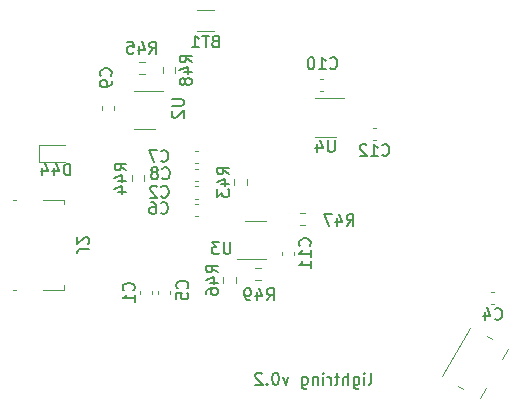
<source format=gbr>
%TF.GenerationSoftware,KiCad,Pcbnew,5.1.8-1.fc33*%
%TF.CreationDate,2020-12-25T13:36:26+01:00*%
%TF.ProjectId,lightring,6c696768-7472-4696-9e67-2e6b69636164,rev?*%
%TF.SameCoordinates,Original*%
%TF.FileFunction,Legend,Bot*%
%TF.FilePolarity,Positive*%
%FSLAX46Y46*%
G04 Gerber Fmt 4.6, Leading zero omitted, Abs format (unit mm)*
G04 Created by KiCad (PCBNEW 5.1.8-1.fc33) date 2020-12-25 13:36:26*
%MOMM*%
%LPD*%
G01*
G04 APERTURE LIST*
%ADD10C,0.150000*%
%ADD11C,0.120000*%
G04 APERTURE END LIST*
D10*
X178354285Y-91772380D02*
X178449523Y-91724761D01*
X178497142Y-91629523D01*
X178497142Y-90772380D01*
X177973333Y-91772380D02*
X177973333Y-91105714D01*
X177973333Y-90772380D02*
X178020952Y-90820000D01*
X177973333Y-90867619D01*
X177925714Y-90820000D01*
X177973333Y-90772380D01*
X177973333Y-90867619D01*
X177068571Y-91105714D02*
X177068571Y-91915238D01*
X177116190Y-92010476D01*
X177163809Y-92058095D01*
X177259047Y-92105714D01*
X177401904Y-92105714D01*
X177497142Y-92058095D01*
X177068571Y-91724761D02*
X177163809Y-91772380D01*
X177354285Y-91772380D01*
X177449523Y-91724761D01*
X177497142Y-91677142D01*
X177544761Y-91581904D01*
X177544761Y-91296190D01*
X177497142Y-91200952D01*
X177449523Y-91153333D01*
X177354285Y-91105714D01*
X177163809Y-91105714D01*
X177068571Y-91153333D01*
X176592380Y-91772380D02*
X176592380Y-90772380D01*
X176163809Y-91772380D02*
X176163809Y-91248571D01*
X176211428Y-91153333D01*
X176306666Y-91105714D01*
X176449523Y-91105714D01*
X176544761Y-91153333D01*
X176592380Y-91200952D01*
X175830476Y-91105714D02*
X175449523Y-91105714D01*
X175687619Y-90772380D02*
X175687619Y-91629523D01*
X175640000Y-91724761D01*
X175544761Y-91772380D01*
X175449523Y-91772380D01*
X175116190Y-91772380D02*
X175116190Y-91105714D01*
X175116190Y-91296190D02*
X175068571Y-91200952D01*
X175020952Y-91153333D01*
X174925714Y-91105714D01*
X174830476Y-91105714D01*
X174497142Y-91772380D02*
X174497142Y-91105714D01*
X174497142Y-90772380D02*
X174544761Y-90820000D01*
X174497142Y-90867619D01*
X174449523Y-90820000D01*
X174497142Y-90772380D01*
X174497142Y-90867619D01*
X174020952Y-91105714D02*
X174020952Y-91772380D01*
X174020952Y-91200952D02*
X173973333Y-91153333D01*
X173878095Y-91105714D01*
X173735238Y-91105714D01*
X173640000Y-91153333D01*
X173592380Y-91248571D01*
X173592380Y-91772380D01*
X172687619Y-91105714D02*
X172687619Y-91915238D01*
X172735238Y-92010476D01*
X172782857Y-92058095D01*
X172878095Y-92105714D01*
X173020952Y-92105714D01*
X173116190Y-92058095D01*
X172687619Y-91724761D02*
X172782857Y-91772380D01*
X172973333Y-91772380D01*
X173068571Y-91724761D01*
X173116190Y-91677142D01*
X173163809Y-91581904D01*
X173163809Y-91296190D01*
X173116190Y-91200952D01*
X173068571Y-91153333D01*
X172973333Y-91105714D01*
X172782857Y-91105714D01*
X172687619Y-91153333D01*
X171544761Y-91105714D02*
X171306666Y-91772380D01*
X171068571Y-91105714D01*
X170497142Y-90772380D02*
X170401904Y-90772380D01*
X170306666Y-90820000D01*
X170259047Y-90867619D01*
X170211428Y-90962857D01*
X170163809Y-91153333D01*
X170163809Y-91391428D01*
X170211428Y-91581904D01*
X170259047Y-91677142D01*
X170306666Y-91724761D01*
X170401904Y-91772380D01*
X170497142Y-91772380D01*
X170592380Y-91724761D01*
X170640000Y-91677142D01*
X170687619Y-91581904D01*
X170735238Y-91391428D01*
X170735238Y-91153333D01*
X170687619Y-90962857D01*
X170640000Y-90867619D01*
X170592380Y-90820000D01*
X170497142Y-90772380D01*
X169735238Y-91677142D02*
X169687619Y-91724761D01*
X169735238Y-91772380D01*
X169782857Y-91724761D01*
X169735238Y-91677142D01*
X169735238Y-91772380D01*
X169306666Y-90867619D02*
X169259047Y-90820000D01*
X169163809Y-90772380D01*
X168925714Y-90772380D01*
X168830476Y-90820000D01*
X168782857Y-90867619D01*
X168735238Y-90962857D01*
X168735238Y-91058095D01*
X168782857Y-91200952D01*
X169354285Y-91772380D01*
X168735238Y-91772380D01*
D11*
%TO.C,SW2*%
X188239647Y-92059086D02*
X187777147Y-92860160D01*
X188336843Y-87640738D02*
X188813157Y-87915738D01*
X185886843Y-91884262D02*
X186363157Y-92159262D01*
X186922853Y-86939840D02*
X184572853Y-91010160D01*
X190127147Y-88789840D02*
X189664647Y-89590914D01*
%TO.C,BT1*%
X163829376Y-60034760D02*
X165283504Y-60034760D01*
X163829376Y-61854760D02*
X165283504Y-61854760D01*
%TO.C,C1*%
X160010000Y-83809420D02*
X160010000Y-84090580D01*
X158990000Y-83809420D02*
X158990000Y-84090580D01*
%TO.C,C2*%
X163609420Y-74990000D02*
X163890580Y-74990000D01*
X163609420Y-76010000D02*
X163890580Y-76010000D01*
%TO.C,C4*%
X188709420Y-83890000D02*
X188990580Y-83890000D01*
X188709420Y-84910000D02*
X188990580Y-84910000D01*
%TO.C,C5*%
X161560000Y-83809420D02*
X161560000Y-84090580D01*
X160540000Y-83809420D02*
X160540000Y-84090580D01*
%TO.C,C6*%
X163609420Y-76490000D02*
X163890580Y-76490000D01*
X163609420Y-77510000D02*
X163890580Y-77510000D01*
%TO.C,C7*%
X163609420Y-71990000D02*
X163890580Y-71990000D01*
X163609420Y-73010000D02*
X163890580Y-73010000D01*
%TO.C,C8*%
X163609420Y-73490000D02*
X163890580Y-73490000D01*
X163609420Y-74510000D02*
X163890580Y-74510000D01*
%TO.C,C9*%
X155783820Y-68497060D02*
X155783820Y-68215900D01*
X156803820Y-68497060D02*
X156803820Y-68215900D01*
%TO.C,C10*%
X174210100Y-65890680D02*
X174491260Y-65890680D01*
X174210100Y-66910680D02*
X174491260Y-66910680D01*
%TO.C,C11*%
X171036520Y-80785580D02*
X171036520Y-80504420D01*
X172056520Y-80785580D02*
X172056520Y-80504420D01*
%TO.C,C12*%
X178701120Y-70020720D02*
X178982280Y-70020720D01*
X178701120Y-71040720D02*
X178982280Y-71040720D01*
%TO.C,D44*%
X150386780Y-71436560D02*
X152671780Y-71436560D01*
X150386780Y-72906560D02*
X150386780Y-71436560D01*
X152671780Y-72906560D02*
X150386780Y-72906560D01*
%TO.C,J2*%
X148237900Y-83746340D02*
X148497900Y-83746340D01*
X150777900Y-83746340D02*
X152547900Y-83746340D01*
X152547900Y-83746340D02*
X152547900Y-83366340D01*
X152547900Y-76126340D02*
X150777900Y-76126340D01*
X148497900Y-76126340D02*
X148237900Y-76126340D01*
X152547900Y-76126340D02*
X152547900Y-76506340D01*
%TO.C,R43*%
X168022500Y-74362742D02*
X168022500Y-74837258D01*
X166977500Y-74362742D02*
X166977500Y-74837258D01*
%TO.C,R44*%
X159322500Y-74037742D02*
X159322500Y-74512258D01*
X158277500Y-74037742D02*
X158277500Y-74512258D01*
%TO.C,R45*%
X158898822Y-64445620D02*
X159373338Y-64445620D01*
X158898822Y-65490620D02*
X159373338Y-65490620D01*
%TO.C,R46*%
X167082500Y-82672742D02*
X167082500Y-83147258D01*
X166037500Y-82672742D02*
X166037500Y-83147258D01*
%TO.C,R47*%
X172495942Y-77214200D02*
X172970458Y-77214200D01*
X172495942Y-78259200D02*
X172970458Y-78259200D01*
%TO.C,R48*%
X160937500Y-65357258D02*
X160937500Y-64882742D01*
X161982500Y-65357258D02*
X161982500Y-64882742D01*
%TO.C,R49*%
X169195518Y-82925180D02*
X168721002Y-82925180D01*
X169195518Y-81880180D02*
X168721002Y-81880180D01*
%TO.C,U2*%
X158451980Y-66921740D02*
X160901980Y-66921740D01*
X160251980Y-70141740D02*
X158451980Y-70141740D01*
%TO.C,U3*%
X169652520Y-81147560D02*
X167202520Y-81147560D01*
X167852520Y-77927560D02*
X169652520Y-77927560D01*
%TO.C,U4*%
X173778340Y-67538960D02*
X176228340Y-67538960D01*
X175578340Y-70758960D02*
X173778340Y-70758960D01*
%TO.C,BT1*%
D10*
X165342154Y-62693331D02*
X165199297Y-62740950D01*
X165151678Y-62788569D01*
X165104059Y-62883807D01*
X165104059Y-63026664D01*
X165151678Y-63121902D01*
X165199297Y-63169521D01*
X165294535Y-63217140D01*
X165675487Y-63217140D01*
X165675487Y-62217140D01*
X165342154Y-62217140D01*
X165246916Y-62264760D01*
X165199297Y-62312379D01*
X165151678Y-62407617D01*
X165151678Y-62502855D01*
X165199297Y-62598093D01*
X165246916Y-62645712D01*
X165342154Y-62693331D01*
X165675487Y-62693331D01*
X164818344Y-62217140D02*
X164246916Y-62217140D01*
X164532630Y-63217140D02*
X164532630Y-62217140D01*
X163389773Y-63217140D02*
X163961201Y-63217140D01*
X163675487Y-63217140D02*
X163675487Y-62217140D01*
X163770725Y-62359998D01*
X163865963Y-62455236D01*
X163961201Y-62502855D01*
%TO.C,C1*%
X158427142Y-83783333D02*
X158474761Y-83735714D01*
X158522380Y-83592857D01*
X158522380Y-83497619D01*
X158474761Y-83354761D01*
X158379523Y-83259523D01*
X158284285Y-83211904D01*
X158093809Y-83164285D01*
X157950952Y-83164285D01*
X157760476Y-83211904D01*
X157665238Y-83259523D01*
X157570000Y-83354761D01*
X157522380Y-83497619D01*
X157522380Y-83592857D01*
X157570000Y-83735714D01*
X157617619Y-83783333D01*
X158522380Y-84735714D02*
X158522380Y-84164285D01*
X158522380Y-84450000D02*
X157522380Y-84450000D01*
X157665238Y-84354761D01*
X157760476Y-84259523D01*
X157808095Y-84164285D01*
%TO.C,C2*%
X160776666Y-75827142D02*
X160824285Y-75874761D01*
X160967142Y-75922380D01*
X161062380Y-75922380D01*
X161205238Y-75874761D01*
X161300476Y-75779523D01*
X161348095Y-75684285D01*
X161395714Y-75493809D01*
X161395714Y-75350952D01*
X161348095Y-75160476D01*
X161300476Y-75065238D01*
X161205238Y-74970000D01*
X161062380Y-74922380D01*
X160967142Y-74922380D01*
X160824285Y-74970000D01*
X160776666Y-75017619D01*
X160395714Y-75017619D02*
X160348095Y-74970000D01*
X160252857Y-74922380D01*
X160014761Y-74922380D01*
X159919523Y-74970000D01*
X159871904Y-75017619D01*
X159824285Y-75112857D01*
X159824285Y-75208095D01*
X159871904Y-75350952D01*
X160443333Y-75922380D01*
X159824285Y-75922380D01*
%TO.C,C4*%
X189016666Y-86187142D02*
X189064285Y-86234761D01*
X189207142Y-86282380D01*
X189302380Y-86282380D01*
X189445238Y-86234761D01*
X189540476Y-86139523D01*
X189588095Y-86044285D01*
X189635714Y-85853809D01*
X189635714Y-85710952D01*
X189588095Y-85520476D01*
X189540476Y-85425238D01*
X189445238Y-85330000D01*
X189302380Y-85282380D01*
X189207142Y-85282380D01*
X189064285Y-85330000D01*
X189016666Y-85377619D01*
X188159523Y-85615714D02*
X188159523Y-86282380D01*
X188397619Y-85234761D02*
X188635714Y-85949047D01*
X188016666Y-85949047D01*
%TO.C,C5*%
X162967142Y-83593333D02*
X163014761Y-83545714D01*
X163062380Y-83402857D01*
X163062380Y-83307619D01*
X163014761Y-83164761D01*
X162919523Y-83069523D01*
X162824285Y-83021904D01*
X162633809Y-82974285D01*
X162490952Y-82974285D01*
X162300476Y-83021904D01*
X162205238Y-83069523D01*
X162110000Y-83164761D01*
X162062380Y-83307619D01*
X162062380Y-83402857D01*
X162110000Y-83545714D01*
X162157619Y-83593333D01*
X162062380Y-84498095D02*
X162062380Y-84021904D01*
X162538571Y-83974285D01*
X162490952Y-84021904D01*
X162443333Y-84117142D01*
X162443333Y-84355238D01*
X162490952Y-84450476D01*
X162538571Y-84498095D01*
X162633809Y-84545714D01*
X162871904Y-84545714D01*
X162967142Y-84498095D01*
X163014761Y-84450476D01*
X163062380Y-84355238D01*
X163062380Y-84117142D01*
X163014761Y-84021904D01*
X162967142Y-83974285D01*
%TO.C,C6*%
X160726666Y-77227142D02*
X160774285Y-77274761D01*
X160917142Y-77322380D01*
X161012380Y-77322380D01*
X161155238Y-77274761D01*
X161250476Y-77179523D01*
X161298095Y-77084285D01*
X161345714Y-76893809D01*
X161345714Y-76750952D01*
X161298095Y-76560476D01*
X161250476Y-76465238D01*
X161155238Y-76370000D01*
X161012380Y-76322380D01*
X160917142Y-76322380D01*
X160774285Y-76370000D01*
X160726666Y-76417619D01*
X159869523Y-76322380D02*
X160060000Y-76322380D01*
X160155238Y-76370000D01*
X160202857Y-76417619D01*
X160298095Y-76560476D01*
X160345714Y-76750952D01*
X160345714Y-77131904D01*
X160298095Y-77227142D01*
X160250476Y-77274761D01*
X160155238Y-77322380D01*
X159964761Y-77322380D01*
X159869523Y-77274761D01*
X159821904Y-77227142D01*
X159774285Y-77131904D01*
X159774285Y-76893809D01*
X159821904Y-76798571D01*
X159869523Y-76750952D01*
X159964761Y-76703333D01*
X160155238Y-76703333D01*
X160250476Y-76750952D01*
X160298095Y-76798571D01*
X160345714Y-76893809D01*
%TO.C,C7*%
X160766666Y-72817142D02*
X160814285Y-72864761D01*
X160957142Y-72912380D01*
X161052380Y-72912380D01*
X161195238Y-72864761D01*
X161290476Y-72769523D01*
X161338095Y-72674285D01*
X161385714Y-72483809D01*
X161385714Y-72340952D01*
X161338095Y-72150476D01*
X161290476Y-72055238D01*
X161195238Y-71960000D01*
X161052380Y-71912380D01*
X160957142Y-71912380D01*
X160814285Y-71960000D01*
X160766666Y-72007619D01*
X160433333Y-71912380D02*
X159766666Y-71912380D01*
X160195238Y-72912380D01*
%TO.C,C8*%
X160876666Y-74277142D02*
X160924285Y-74324761D01*
X161067142Y-74372380D01*
X161162380Y-74372380D01*
X161305238Y-74324761D01*
X161400476Y-74229523D01*
X161448095Y-74134285D01*
X161495714Y-73943809D01*
X161495714Y-73800952D01*
X161448095Y-73610476D01*
X161400476Y-73515238D01*
X161305238Y-73420000D01*
X161162380Y-73372380D01*
X161067142Y-73372380D01*
X160924285Y-73420000D01*
X160876666Y-73467619D01*
X160305238Y-73800952D02*
X160400476Y-73753333D01*
X160448095Y-73705714D01*
X160495714Y-73610476D01*
X160495714Y-73562857D01*
X160448095Y-73467619D01*
X160400476Y-73420000D01*
X160305238Y-73372380D01*
X160114761Y-73372380D01*
X160019523Y-73420000D01*
X159971904Y-73467619D01*
X159924285Y-73562857D01*
X159924285Y-73610476D01*
X159971904Y-73705714D01*
X160019523Y-73753333D01*
X160114761Y-73800952D01*
X160305238Y-73800952D01*
X160400476Y-73848571D01*
X160448095Y-73896190D01*
X160495714Y-73991428D01*
X160495714Y-74181904D01*
X160448095Y-74277142D01*
X160400476Y-74324761D01*
X160305238Y-74372380D01*
X160114761Y-74372380D01*
X160019523Y-74324761D01*
X159971904Y-74277142D01*
X159924285Y-74181904D01*
X159924285Y-73991428D01*
X159971904Y-73896190D01*
X160019523Y-73848571D01*
X160114761Y-73800952D01*
%TO.C,C9*%
X156487142Y-65613333D02*
X156534761Y-65565714D01*
X156582380Y-65422857D01*
X156582380Y-65327619D01*
X156534761Y-65184761D01*
X156439523Y-65089523D01*
X156344285Y-65041904D01*
X156153809Y-64994285D01*
X156010952Y-64994285D01*
X155820476Y-65041904D01*
X155725238Y-65089523D01*
X155630000Y-65184761D01*
X155582380Y-65327619D01*
X155582380Y-65422857D01*
X155630000Y-65565714D01*
X155677619Y-65613333D01*
X156582380Y-66089523D02*
X156582380Y-66280000D01*
X156534761Y-66375238D01*
X156487142Y-66422857D01*
X156344285Y-66518095D01*
X156153809Y-66565714D01*
X155772857Y-66565714D01*
X155677619Y-66518095D01*
X155630000Y-66470476D01*
X155582380Y-66375238D01*
X155582380Y-66184761D01*
X155630000Y-66089523D01*
X155677619Y-66041904D01*
X155772857Y-65994285D01*
X156010952Y-65994285D01*
X156106190Y-66041904D01*
X156153809Y-66089523D01*
X156201428Y-66184761D01*
X156201428Y-66375238D01*
X156153809Y-66470476D01*
X156106190Y-66518095D01*
X156010952Y-66565714D01*
%TO.C,C10*%
X175082857Y-64957142D02*
X175130476Y-65004761D01*
X175273333Y-65052380D01*
X175368571Y-65052380D01*
X175511428Y-65004761D01*
X175606666Y-64909523D01*
X175654285Y-64814285D01*
X175701904Y-64623809D01*
X175701904Y-64480952D01*
X175654285Y-64290476D01*
X175606666Y-64195238D01*
X175511428Y-64100000D01*
X175368571Y-64052380D01*
X175273333Y-64052380D01*
X175130476Y-64100000D01*
X175082857Y-64147619D01*
X174130476Y-65052380D02*
X174701904Y-65052380D01*
X174416190Y-65052380D02*
X174416190Y-64052380D01*
X174511428Y-64195238D01*
X174606666Y-64290476D01*
X174701904Y-64338095D01*
X173511428Y-64052380D02*
X173416190Y-64052380D01*
X173320952Y-64100000D01*
X173273333Y-64147619D01*
X173225714Y-64242857D01*
X173178095Y-64433333D01*
X173178095Y-64671428D01*
X173225714Y-64861904D01*
X173273333Y-64957142D01*
X173320952Y-65004761D01*
X173416190Y-65052380D01*
X173511428Y-65052380D01*
X173606666Y-65004761D01*
X173654285Y-64957142D01*
X173701904Y-64861904D01*
X173749523Y-64671428D01*
X173749523Y-64433333D01*
X173701904Y-64242857D01*
X173654285Y-64147619D01*
X173606666Y-64100000D01*
X173511428Y-64052380D01*
%TO.C,C11*%
X173333662Y-80002142D02*
X173381281Y-79954523D01*
X173428900Y-79811666D01*
X173428900Y-79716428D01*
X173381281Y-79573571D01*
X173286043Y-79478333D01*
X173190805Y-79430714D01*
X173000329Y-79383095D01*
X172857472Y-79383095D01*
X172666996Y-79430714D01*
X172571758Y-79478333D01*
X172476520Y-79573571D01*
X172428900Y-79716428D01*
X172428900Y-79811666D01*
X172476520Y-79954523D01*
X172524139Y-80002142D01*
X173428900Y-80954523D02*
X173428900Y-80383095D01*
X173428900Y-80668809D02*
X172428900Y-80668809D01*
X172571758Y-80573571D01*
X172666996Y-80478333D01*
X172714615Y-80383095D01*
X173428900Y-81906904D02*
X173428900Y-81335476D01*
X173428900Y-81621190D02*
X172428900Y-81621190D01*
X172571758Y-81525952D01*
X172666996Y-81430714D01*
X172714615Y-81335476D01*
%TO.C,C12*%
X179484557Y-72317862D02*
X179532176Y-72365481D01*
X179675033Y-72413100D01*
X179770271Y-72413100D01*
X179913128Y-72365481D01*
X180008366Y-72270243D01*
X180055985Y-72175005D01*
X180103604Y-71984529D01*
X180103604Y-71841672D01*
X180055985Y-71651196D01*
X180008366Y-71555958D01*
X179913128Y-71460720D01*
X179770271Y-71413100D01*
X179675033Y-71413100D01*
X179532176Y-71460720D01*
X179484557Y-71508339D01*
X178532176Y-72413100D02*
X179103604Y-72413100D01*
X178817890Y-72413100D02*
X178817890Y-71413100D01*
X178913128Y-71555958D01*
X179008366Y-71651196D01*
X179103604Y-71698815D01*
X178151223Y-71508339D02*
X178103604Y-71460720D01*
X178008366Y-71413100D01*
X177770271Y-71413100D01*
X177675033Y-71460720D01*
X177627414Y-71508339D01*
X177579795Y-71603577D01*
X177579795Y-71698815D01*
X177627414Y-71841672D01*
X178198842Y-72413100D01*
X177579795Y-72413100D01*
%TO.C,D44*%
X153086065Y-74053940D02*
X153086065Y-73053940D01*
X152847970Y-73053940D01*
X152705113Y-73101560D01*
X152609875Y-73196798D01*
X152562256Y-73292036D01*
X152514637Y-73482512D01*
X152514637Y-73625369D01*
X152562256Y-73815845D01*
X152609875Y-73911083D01*
X152705113Y-74006321D01*
X152847970Y-74053940D01*
X153086065Y-74053940D01*
X151657494Y-73387274D02*
X151657494Y-74053940D01*
X151895589Y-73006321D02*
X152133684Y-73720607D01*
X151514637Y-73720607D01*
X150705113Y-73387274D02*
X150705113Y-74053940D01*
X150943208Y-73006321D02*
X151181303Y-73720607D01*
X150562256Y-73720607D01*
%TO.C,J2*%
X154685519Y-80269673D02*
X153971233Y-80269673D01*
X153828376Y-80317292D01*
X153733138Y-80412530D01*
X153685519Y-80555387D01*
X153685519Y-80650625D01*
X154590280Y-79841101D02*
X154637900Y-79793482D01*
X154685519Y-79698244D01*
X154685519Y-79460149D01*
X154637900Y-79364911D01*
X154590280Y-79317292D01*
X154495042Y-79269673D01*
X154399804Y-79269673D01*
X154256947Y-79317292D01*
X153685519Y-79888720D01*
X153685519Y-79269673D01*
%TO.C,R43*%
X166522380Y-73957142D02*
X166046190Y-73623809D01*
X166522380Y-73385714D02*
X165522380Y-73385714D01*
X165522380Y-73766666D01*
X165570000Y-73861904D01*
X165617619Y-73909523D01*
X165712857Y-73957142D01*
X165855714Y-73957142D01*
X165950952Y-73909523D01*
X165998571Y-73861904D01*
X166046190Y-73766666D01*
X166046190Y-73385714D01*
X165855714Y-74814285D02*
X166522380Y-74814285D01*
X165474761Y-74576190D02*
X166189047Y-74338095D01*
X166189047Y-74957142D01*
X165522380Y-75242857D02*
X165522380Y-75861904D01*
X165903333Y-75528571D01*
X165903333Y-75671428D01*
X165950952Y-75766666D01*
X165998571Y-75814285D01*
X166093809Y-75861904D01*
X166331904Y-75861904D01*
X166427142Y-75814285D01*
X166474761Y-75766666D01*
X166522380Y-75671428D01*
X166522380Y-75385714D01*
X166474761Y-75290476D01*
X166427142Y-75242857D01*
%TO.C,R44*%
X157822380Y-73632142D02*
X157346190Y-73298809D01*
X157822380Y-73060714D02*
X156822380Y-73060714D01*
X156822380Y-73441666D01*
X156870000Y-73536904D01*
X156917619Y-73584523D01*
X157012857Y-73632142D01*
X157155714Y-73632142D01*
X157250952Y-73584523D01*
X157298571Y-73536904D01*
X157346190Y-73441666D01*
X157346190Y-73060714D01*
X157155714Y-74489285D02*
X157822380Y-74489285D01*
X156774761Y-74251190D02*
X157489047Y-74013095D01*
X157489047Y-74632142D01*
X157155714Y-75441666D02*
X157822380Y-75441666D01*
X156774761Y-75203571D02*
X157489047Y-74965476D01*
X157489047Y-75584523D01*
%TO.C,R45*%
X159778937Y-63732380D02*
X160112270Y-63256190D01*
X160350365Y-63732380D02*
X160350365Y-62732380D01*
X159969413Y-62732380D01*
X159874175Y-62780000D01*
X159826556Y-62827619D01*
X159778937Y-62922857D01*
X159778937Y-63065714D01*
X159826556Y-63160952D01*
X159874175Y-63208571D01*
X159969413Y-63256190D01*
X160350365Y-63256190D01*
X158921794Y-63065714D02*
X158921794Y-63732380D01*
X159159889Y-62684761D02*
X159397984Y-63399047D01*
X158778937Y-63399047D01*
X157921794Y-62732380D02*
X158397984Y-62732380D01*
X158445603Y-63208571D01*
X158397984Y-63160952D01*
X158302746Y-63113333D01*
X158064651Y-63113333D01*
X157969413Y-63160952D01*
X157921794Y-63208571D01*
X157874175Y-63303809D01*
X157874175Y-63541904D01*
X157921794Y-63637142D01*
X157969413Y-63684761D01*
X158064651Y-63732380D01*
X158302746Y-63732380D01*
X158397984Y-63684761D01*
X158445603Y-63637142D01*
%TO.C,R46*%
X165582380Y-82267142D02*
X165106190Y-81933809D01*
X165582380Y-81695714D02*
X164582380Y-81695714D01*
X164582380Y-82076666D01*
X164630000Y-82171904D01*
X164677619Y-82219523D01*
X164772857Y-82267142D01*
X164915714Y-82267142D01*
X165010952Y-82219523D01*
X165058571Y-82171904D01*
X165106190Y-82076666D01*
X165106190Y-81695714D01*
X164915714Y-83124285D02*
X165582380Y-83124285D01*
X164534761Y-82886190D02*
X165249047Y-82648095D01*
X165249047Y-83267142D01*
X164582380Y-84076666D02*
X164582380Y-83886190D01*
X164630000Y-83790952D01*
X164677619Y-83743333D01*
X164820476Y-83648095D01*
X165010952Y-83600476D01*
X165391904Y-83600476D01*
X165487142Y-83648095D01*
X165534761Y-83695714D01*
X165582380Y-83790952D01*
X165582380Y-83981428D01*
X165534761Y-84076666D01*
X165487142Y-84124285D01*
X165391904Y-84171904D01*
X165153809Y-84171904D01*
X165058571Y-84124285D01*
X165010952Y-84076666D01*
X164963333Y-83981428D01*
X164963333Y-83790952D01*
X165010952Y-83695714D01*
X165058571Y-83648095D01*
X165153809Y-83600476D01*
%TO.C,R47*%
X176482857Y-78332380D02*
X176816190Y-77856190D01*
X177054285Y-78332380D02*
X177054285Y-77332380D01*
X176673333Y-77332380D01*
X176578095Y-77380000D01*
X176530476Y-77427619D01*
X176482857Y-77522857D01*
X176482857Y-77665714D01*
X176530476Y-77760952D01*
X176578095Y-77808571D01*
X176673333Y-77856190D01*
X177054285Y-77856190D01*
X175625714Y-77665714D02*
X175625714Y-78332380D01*
X175863809Y-77284761D02*
X176101904Y-77999047D01*
X175482857Y-77999047D01*
X175197142Y-77332380D02*
X174530476Y-77332380D01*
X174959047Y-78332380D01*
%TO.C,R48*%
X163342380Y-64477142D02*
X162866190Y-64143809D01*
X163342380Y-63905714D02*
X162342380Y-63905714D01*
X162342380Y-64286666D01*
X162390000Y-64381904D01*
X162437619Y-64429523D01*
X162532857Y-64477142D01*
X162675714Y-64477142D01*
X162770952Y-64429523D01*
X162818571Y-64381904D01*
X162866190Y-64286666D01*
X162866190Y-63905714D01*
X162675714Y-65334285D02*
X163342380Y-65334285D01*
X162294761Y-65096190D02*
X163009047Y-64858095D01*
X163009047Y-65477142D01*
X162770952Y-66000952D02*
X162723333Y-65905714D01*
X162675714Y-65858095D01*
X162580476Y-65810476D01*
X162532857Y-65810476D01*
X162437619Y-65858095D01*
X162390000Y-65905714D01*
X162342380Y-66000952D01*
X162342380Y-66191428D01*
X162390000Y-66286666D01*
X162437619Y-66334285D01*
X162532857Y-66381904D01*
X162580476Y-66381904D01*
X162675714Y-66334285D01*
X162723333Y-66286666D01*
X162770952Y-66191428D01*
X162770952Y-66000952D01*
X162818571Y-65905714D01*
X162866190Y-65858095D01*
X162961428Y-65810476D01*
X163151904Y-65810476D01*
X163247142Y-65858095D01*
X163294761Y-65905714D01*
X163342380Y-66000952D01*
X163342380Y-66191428D01*
X163294761Y-66286666D01*
X163247142Y-66334285D01*
X163151904Y-66381904D01*
X162961428Y-66381904D01*
X162866190Y-66334285D01*
X162818571Y-66286666D01*
X162770952Y-66191428D01*
%TO.C,R49*%
X169712857Y-84622380D02*
X170046190Y-84146190D01*
X170284285Y-84622380D02*
X170284285Y-83622380D01*
X169903333Y-83622380D01*
X169808095Y-83670000D01*
X169760476Y-83717619D01*
X169712857Y-83812857D01*
X169712857Y-83955714D01*
X169760476Y-84050952D01*
X169808095Y-84098571D01*
X169903333Y-84146190D01*
X170284285Y-84146190D01*
X168855714Y-83955714D02*
X168855714Y-84622380D01*
X169093809Y-83574761D02*
X169331904Y-84289047D01*
X168712857Y-84289047D01*
X168284285Y-84622380D02*
X168093809Y-84622380D01*
X167998571Y-84574761D01*
X167950952Y-84527142D01*
X167855714Y-84384285D01*
X167808095Y-84193809D01*
X167808095Y-83812857D01*
X167855714Y-83717619D01*
X167903333Y-83670000D01*
X167998571Y-83622380D01*
X168189047Y-83622380D01*
X168284285Y-83670000D01*
X168331904Y-83717619D01*
X168379523Y-83812857D01*
X168379523Y-84050952D01*
X168331904Y-84146190D01*
X168284285Y-84193809D01*
X168189047Y-84241428D01*
X167998571Y-84241428D01*
X167903333Y-84193809D01*
X167855714Y-84146190D01*
X167808095Y-84050952D01*
%TO.C,U2*%
X161682380Y-67598095D02*
X162491904Y-67598095D01*
X162587142Y-67645714D01*
X162634761Y-67693333D01*
X162682380Y-67788571D01*
X162682380Y-67979047D01*
X162634761Y-68074285D01*
X162587142Y-68121904D01*
X162491904Y-68169523D01*
X161682380Y-68169523D01*
X161777619Y-68598095D02*
X161730000Y-68645714D01*
X161682380Y-68740952D01*
X161682380Y-68979047D01*
X161730000Y-69074285D01*
X161777619Y-69121904D01*
X161872857Y-69169523D01*
X161968095Y-69169523D01*
X162110952Y-69121904D01*
X162682380Y-68550476D01*
X162682380Y-69169523D01*
%TO.C,U3*%
X166641904Y-79692380D02*
X166641904Y-80501904D01*
X166594285Y-80597142D01*
X166546666Y-80644761D01*
X166451428Y-80692380D01*
X166260952Y-80692380D01*
X166165714Y-80644761D01*
X166118095Y-80597142D01*
X166070476Y-80501904D01*
X166070476Y-79692380D01*
X165689523Y-79692380D02*
X165070476Y-79692380D01*
X165403809Y-80073333D01*
X165260952Y-80073333D01*
X165165714Y-80120952D01*
X165118095Y-80168571D01*
X165070476Y-80263809D01*
X165070476Y-80501904D01*
X165118095Y-80597142D01*
X165165714Y-80644761D01*
X165260952Y-80692380D01*
X165546666Y-80692380D01*
X165641904Y-80644761D01*
X165689523Y-80597142D01*
%TO.C,U4*%
X175451904Y-71072380D02*
X175451904Y-71881904D01*
X175404285Y-71977142D01*
X175356666Y-72024761D01*
X175261428Y-72072380D01*
X175070952Y-72072380D01*
X174975714Y-72024761D01*
X174928095Y-71977142D01*
X174880476Y-71881904D01*
X174880476Y-71072380D01*
X173975714Y-71405714D02*
X173975714Y-72072380D01*
X174213809Y-71024761D02*
X174451904Y-71739047D01*
X173832857Y-71739047D01*
%TD*%
M02*

</source>
